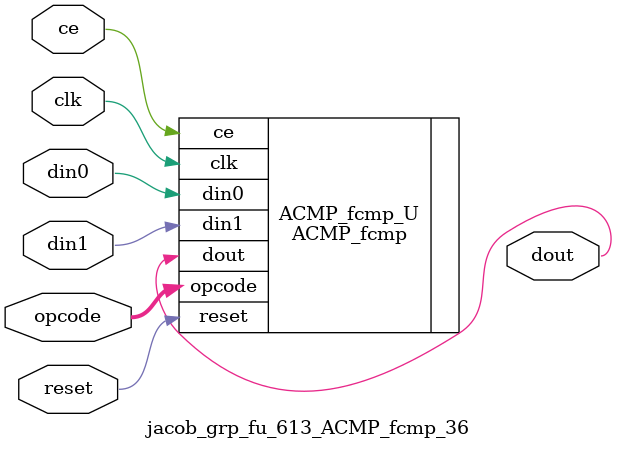
<source format=v>

`timescale 1 ns / 1 ps
module jacob_grp_fu_613_ACMP_fcmp_36(
    clk,
    reset,
    ce,
    din0,
    din1,
    opcode,
    dout);

parameter ID = 32'd1;
parameter NUM_STAGE = 32'd1;
parameter din0_WIDTH = 32'd1;
parameter din1_WIDTH = 32'd1;
parameter dout_WIDTH = 32'd1;
input clk;
input reset;
input ce;
input[din0_WIDTH - 1:0] din0;
input[din1_WIDTH - 1:0] din1;
input[5 - 1:0] opcode;
output[dout_WIDTH - 1:0] dout;



ACMP_fcmp #(
.ID( ID ),
.NUM_STAGE( 2 ),
.din0_WIDTH( din0_WIDTH ),
.din1_WIDTH( din1_WIDTH ),
.dout_WIDTH( dout_WIDTH ))
ACMP_fcmp_U(
    .clk( clk ),
    .reset( reset ),
    .ce( ce ),
    .din0( din0 ),
    .din1( din1 ),
    .dout( dout ),
    .opcode( opcode ));

endmodule

</source>
